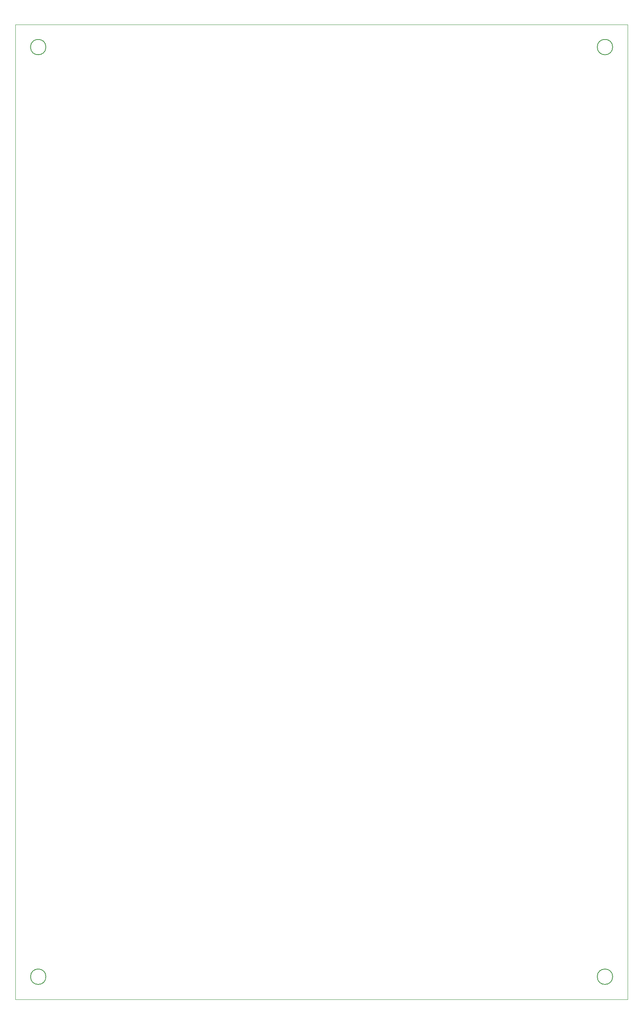
<source format=gbr>
%TF.GenerationSoftware,KiCad,Pcbnew,7.0.10*%
%TF.CreationDate,2024-03-27T11:58:10+00:00*%
%TF.ProjectId,TENG input circuitry and transmitter,54454e47-2069-46e7-9075-742063697263,rev?*%
%TF.SameCoordinates,Original*%
%TF.FileFunction,Profile,NP*%
%FSLAX46Y46*%
G04 Gerber Fmt 4.6, Leading zero omitted, Abs format (unit mm)*
G04 Created by KiCad (PCBNEW 7.0.10) date 2024-03-27 11:58:10*
%MOMM*%
%LPD*%
G01*
G04 APERTURE LIST*
%TA.AperFunction,Profile*%
%ADD10C,0.100000*%
%TD*%
%TA.AperFunction,Profile*%
%ADD11C,0.200000*%
%TD*%
G04 APERTURE END LIST*
D10*
X25000000Y-30000000D02*
X160000000Y-30000000D01*
X160000000Y-245000000D01*
X25000000Y-245000000D01*
X25000000Y-30000000D01*
D11*
X31700000Y-35000000D02*
G75*
G03*
X28300000Y-35000000I-1700000J0D01*
G01*
X28300000Y-35000000D02*
G75*
G03*
X31700000Y-35000000I1700000J0D01*
G01*
X156700000Y-35000000D02*
G75*
G03*
X153300000Y-35000000I-1700000J0D01*
G01*
X153300000Y-35000000D02*
G75*
G03*
X156700000Y-35000000I1700000J0D01*
G01*
X156700000Y-240000000D02*
G75*
G03*
X153300000Y-240000000I-1700000J0D01*
G01*
X153300000Y-240000000D02*
G75*
G03*
X156700000Y-240000000I1700000J0D01*
G01*
X31700000Y-240000000D02*
G75*
G03*
X28300000Y-240000000I-1700000J0D01*
G01*
X28300000Y-240000000D02*
G75*
G03*
X31700000Y-240000000I1700000J0D01*
G01*
M02*

</source>
